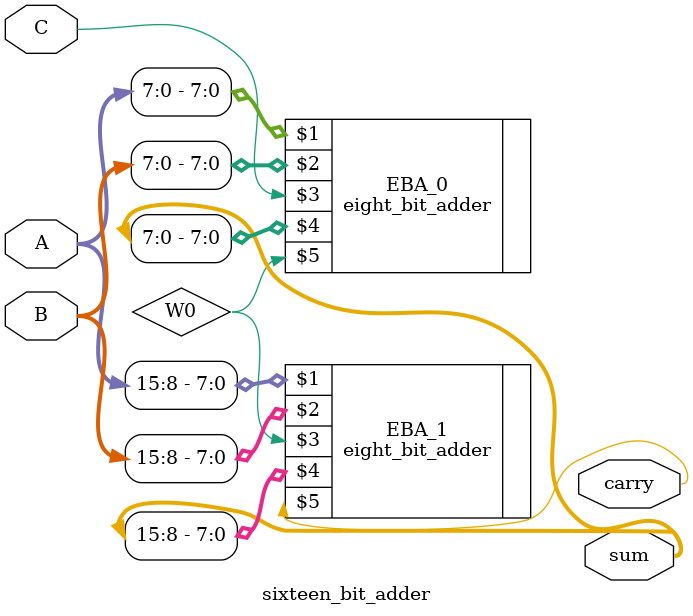
<source format=v>
`include "eight_bit_adder.v"
module sixteen_bit_adder(A, B, C, sum, carry);
	input[15:0] A, B;	
	input C;
	output[15:0] sum;
	output carry;
	wire W0;
	eight_bit_adder EBA_0(A[7:0], B[7:0], C, sum[7:0], W0);
	eight_bit_adder EBA_1(A[15:8], B[15:8], W0, sum[15:8], carry);
endmodule

</source>
